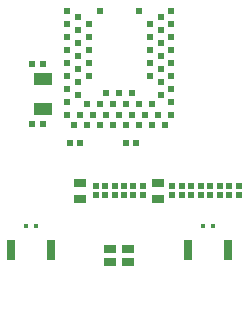
<source format=gtp>
G04*
G04 #@! TF.GenerationSoftware,Altium Limited,Altium Designer,21.6.4 (81)*
G04*
G04 Layer_Color=8421504*
%FSLAX44Y44*%
%MOMM*%
G71*
G04*
G04 #@! TF.SameCoordinates,FA297D3A-E3D9-4574-8739-6FC88F1804E8*
G04*
G04*
G04 #@! TF.FilePolarity,Positive*
G04*
G01*
G75*
%ADD14R,0.4900X0.4900*%
%ADD15R,0.5500X0.5200*%
%ADD16C,0.0100*%
%ADD17R,1.0200X0.6400*%
%ADD18R,0.6200X0.6200*%
%ADD19R,0.3600X0.3500*%
%ADD20R,0.8000X1.7000*%
%ADD21R,1.5500X1.0000*%
%ADD22R,1.0000X0.8000*%
D14*
X145000Y347000D02*
D03*
Y336000D02*
D03*
Y325000D02*
D03*
Y314000D02*
D03*
Y303000D02*
D03*
Y292000D02*
D03*
Y281000D02*
D03*
X154000Y352500D02*
D03*
Y341500D02*
D03*
Y330500D02*
D03*
Y319500D02*
D03*
Y308500D02*
D03*
Y297500D02*
D03*
Y286500D02*
D03*
Y275500D02*
D03*
X137500Y273500D02*
D03*
X126500D02*
D03*
X115500D02*
D03*
X104500D02*
D03*
X93500D02*
D03*
X82500D02*
D03*
X154000Y264500D02*
D03*
X143000D02*
D03*
X132000D02*
D03*
X121000D02*
D03*
X110000D02*
D03*
X99000D02*
D03*
X88000D02*
D03*
X77000D02*
D03*
X66000D02*
D03*
Y352500D02*
D03*
X75000Y347000D02*
D03*
X66000Y341500D02*
D03*
Y330500D02*
D03*
Y319500D02*
D03*
Y308500D02*
D03*
Y297500D02*
D03*
Y286500D02*
D03*
Y275500D02*
D03*
X75000Y336000D02*
D03*
Y325000D02*
D03*
Y314000D02*
D03*
Y303000D02*
D03*
Y292000D02*
D03*
Y281000D02*
D03*
X126500Y352500D02*
D03*
X93500D02*
D03*
X84000Y341500D02*
D03*
Y330500D02*
D03*
Y319500D02*
D03*
Y308500D02*
D03*
Y297500D02*
D03*
X99000Y282500D02*
D03*
X110000D02*
D03*
X121000D02*
D03*
X136000Y297500D02*
D03*
Y308500D02*
D03*
Y319500D02*
D03*
Y330500D02*
D03*
Y341500D02*
D03*
X71500Y255500D02*
D03*
X82500D02*
D03*
X93500D02*
D03*
X104500D02*
D03*
X115500D02*
D03*
X126500D02*
D03*
X137500D02*
D03*
X148500D02*
D03*
D15*
X122000Y204000D02*
D03*
Y196000D02*
D03*
X106000Y204000D02*
D03*
Y196000D02*
D03*
X90000Y204000D02*
D03*
Y196000D02*
D03*
X130000Y204000D02*
D03*
Y196000D02*
D03*
X114000Y204000D02*
D03*
Y196000D02*
D03*
X98000Y204000D02*
D03*
Y196000D02*
D03*
X155000D02*
D03*
Y204000D02*
D03*
X163000Y196000D02*
D03*
Y204000D02*
D03*
X195000Y196000D02*
D03*
Y204000D02*
D03*
X203000Y196000D02*
D03*
Y204000D02*
D03*
X211000Y196000D02*
D03*
Y204000D02*
D03*
X171000Y196000D02*
D03*
Y204000D02*
D03*
X179000Y196000D02*
D03*
Y204000D02*
D03*
X187000Y196000D02*
D03*
Y204000D02*
D03*
D16*
X122700Y106450D02*
D03*
Y93750D02*
D03*
X110000Y106450D02*
D03*
Y93750D02*
D03*
X97300Y106450D02*
D03*
Y93750D02*
D03*
D17*
X143000Y193150D02*
D03*
Y206850D02*
D03*
X77000Y193150D02*
D03*
Y206850D02*
D03*
D18*
X124500Y240000D02*
D03*
X115500D02*
D03*
X68000D02*
D03*
X77000D02*
D03*
X36000Y256250D02*
D03*
X45000D02*
D03*
X36000Y307500D02*
D03*
X45000D02*
D03*
D19*
X189200Y170000D02*
D03*
X180800D02*
D03*
X39200Y170000D02*
D03*
X30800D02*
D03*
D20*
X168000Y150000D02*
D03*
X202000D02*
D03*
X18000D02*
D03*
X52000D02*
D03*
D21*
X45000Y295000D02*
D03*
Y269000D02*
D03*
D22*
X102500Y150500D02*
D03*
X117500D02*
D03*
Y139500D02*
D03*
X102500D02*
D03*
M02*

</source>
